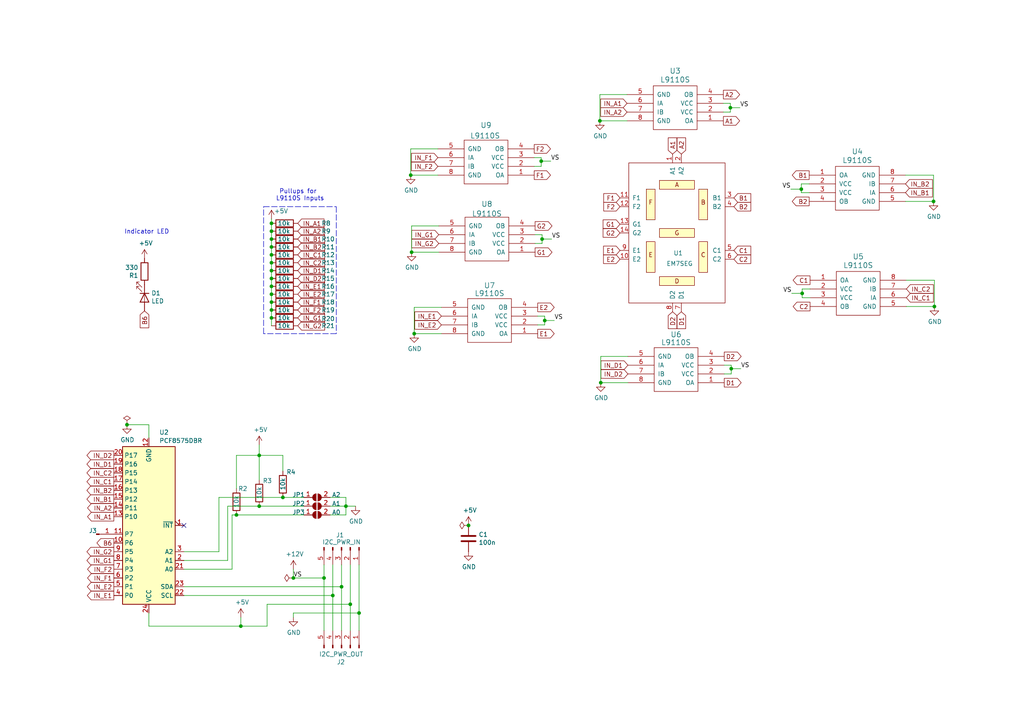
<source format=kicad_sch>
(kicad_sch (version 20231120) (generator "eeschema") (generator_version "8.0")
  (paper "A4")
  (lib_symbols
    (symbol "Connector:Conn_01x01_Male" (pin_names (offset 1.016) hide)
      (property "Reference" "J" (at 0 2.54 0))
      (property "Value" "Conn_01x01_Male" (at 0 -2.54 0))
      (symbol "Conn_01x01_Male_1_1"
        (polyline (pts (xy 1.27 0) (xy 0.8636 0)) (stroke (width 0.1524)))
        (rectangle (start 0.8636 0.127) (end 0 -0.127) (stroke (width 0.1524)) (fill (type outline)))
        (pin passive line (at 5.08 0 180) (length 3.81) (name "Pin_1") (number "1"))
      )
    )
    (symbol "Connector:Conn_01x05_Male" (pin_names (offset 1.016) hide)
      (property "Reference" "J" (at 0 7.62 0))
      (property "Value" "Conn_01x05_Male" (at 0 -7.62 0))
      (symbol "Conn_01x05_Male_1_1"
        (polyline (pts (xy 1.27 -5.08) (xy 0.8636 -5.08)) (stroke (width 0.1524)))
        (polyline (pts (xy 1.27 -2.54) (xy 0.8636 -2.54)) (stroke (width 0.1524)))
        (polyline (pts (xy 1.27 0) (xy 0.8636 0)) (stroke (width 0.1524)))
        (polyline (pts (xy 1.27 2.54) (xy 0.8636 2.54)) (stroke (width 0.1524)))
        (polyline (pts (xy 1.27 5.08) (xy 0.8636 5.08)) (stroke (width 0.1524)))
        (rectangle (start 0.8636 -4.953) (end 0 -5.207) (stroke (width 0.1524)) (fill (type outline)))
        (rectangle (start 0.8636 -2.413) (end 0 -2.667) (stroke (width 0.1524)) (fill (type outline)))
        (rectangle (start 0.8636 0.127) (end 0 -0.127) (stroke (width 0.1524)) (fill (type outline)))
        (rectangle (start 0.8636 2.667) (end 0 2.413) (stroke (width 0.1524)) (fill (type outline)))
        (rectangle (start 0.8636 5.207) (end 0 4.953) (stroke (width 0.1524)) (fill (type outline)))
        (pin passive line (at 5.08 5.08 180) (length 3.81) (name "Pin_1") (number "1"))
        (pin passive line (at 5.08 2.54 180) (length 3.81) (name "Pin_2") (number "2"))
        (pin passive line (at 5.08 0 180) (length 3.81) (name "Pin_3") (number "3"))
        (pin passive line (at 5.08 -2.54 180) (length 3.81) (name "Pin_4") (number "4"))
        (pin passive line (at 5.08 -5.08 180) (length 3.81) (name "Pin_5") (number "5"))
      )
    )
    (symbol "Device:C" (pin_numbers hide) (pin_names (offset 0.254))
      (property "Reference" "C" (at 0.635 2.54 0))
      (property "Value" "C" (at 0.635 -2.54 0))
      (symbol "C_0_1"
        (polyline (pts (xy -2.032 -0.762) (xy 2.032 -0.762)) (stroke (width 0.508)))
        (polyline (pts (xy -2.032 0.762) (xy 2.032 0.762)) (stroke (width 0.508)))
      )
      (symbol "C_1_1"
        (pin passive line (at 0 3.81 270) (length 2.794) (name "~") (number "1"))
        (pin passive line (at 0 -3.81 90) (length 2.794) (name "~") (number "2"))
      )
    )
    (symbol "Device:LED" (pin_numbers hide) (pin_names (offset 1.016) hide)
      (property "Reference" "D" (at 0 2.54 0))
      (property "Value" "LED" (at 0 -2.54 0))
      (symbol "LED_0_1"
        (polyline (pts (xy -1.27 -1.27) (xy -1.27 1.27)) (stroke (width 0.254)))
        (polyline (pts (xy -1.27 0) (xy 1.27 0)))
        (polyline (pts (xy 1.27 -1.27) (xy 1.27 1.27) (xy -1.27 0) (xy 1.27 -1.27)) (stroke (width 0.254)))
        (polyline (pts (xy -3.048 -0.762) (xy -4.572 -2.286) (xy -3.81 -2.286) (xy -4.572 -2.286) (xy -4.572 -1.524)))
        (polyline (pts (xy -1.778 -0.762) (xy -3.302 -2.286) (xy -2.54 -2.286) (xy -3.302 -2.286) (xy -3.302 -1.524)))
      )
      (symbol "LED_1_1"
        (pin passive line (at -3.81 0 0) (length 2.54) (name "K") (number "1"))
        (pin passive line (at 3.81 0 180) (length 2.54) (name "A") (number "2"))
      )
    )
    (symbol "Device:R" (pin_numbers hide) (pin_names (offset 0))
      (property "Reference" "R" (at 2.032 0 90))
      (property "Value" "R" (at 0 0 90))
      (symbol "R_0_1"
        (rectangle (start -1.016 -2.54) (end 1.016 2.54) (stroke (width 0.254)))
      )
      (symbol "R_1_1"
        (pin passive line (at 0 3.81 270) (length 1.27) (name "~") (number "1"))
        (pin passive line (at 0 -3.81 90) (length 1.27) (name "~") (number "2"))
      )
    )
    (symbol "EM7SEG_DRIVER-rescue:EM7SEG-Device" (pin_names (offset 1.016))
      (property "Reference" "U" (at 0 -6.35 0))
      (property "Value" "EM7SEG-Device" (at 0 -2.54 0))
      (symbol "EM7SEG-Device_0_0"
        (text "A" (at 0 13.97 0) (effects (font (size 1.27 1.27))))
        (text "B" (at 7.62 8.89 0) (effects (font (size 1.27 1.27))))
        (text "C" (at 7.62 -6.35 0) (effects (font (size 1.27 1.27))))
        (text "D" (at 0 -13.97 0) (effects (font (size 1.27 1.27))))
        (text "E" (at -7.62 -6.35 0) (effects (font (size 1.27 1.27))))
        (text "F" (at -7.62 8.89 0) (effects (font (size 1.27 1.27))))
        (text "G" (at 0 0 0) (effects (font (size 1.27 1.27))))
      )
      (symbol "EM7SEG-Device_0_1"
        (rectangle (start -13.97 20.32) (end 13.97 -20.32))
        (rectangle (start -8.89 -2.54) (end -6.35 -11.43) (fill (type background)))
        (rectangle (start -8.89 12.7) (end -6.35 3.81) (fill (type background)))
        (rectangle (start -5.08 -12.7) (end 5.08 -15.24) (fill (type background)))
        (rectangle (start -5.08 1.27) (end 5.08 -1.27) (fill (type background)))
        (rectangle (start -5.08 15.24) (end 5.08 12.7) (fill (type background)))
        (rectangle (start 6.35 -2.54) (end 8.89 -11.43) (fill (type background)))
        (rectangle (start 8.89 12.7) (end 6.35 3.81) (fill (type background)))
      )
      (symbol "EM7SEG-Device_1_1"
        (pin input line (at -1.27 22.86 270) (length 2.54) (name "A1") (number "1"))
        (pin input line (at -16.51 -7.62 0) (length 2.54) (name "E2") (number "10"))
        (pin input line (at -16.51 10.16 0) (length 2.54) (name "F1") (number "11"))
        (pin input line (at -16.51 7.62 0) (length 2.54) (name "F2") (number "12"))
        (pin input line (at -16.51 2.54 0) (length 2.54) (name "G1") (number "13"))
        (pin input line (at -16.51 0 0) (length 2.54) (name "G2") (number "14"))
        (pin input line (at 1.27 22.86 270) (length 2.54) (name "A2") (number "2"))
        (pin input line (at 16.51 10.16 180) (length 2.54) (name "B1") (number "3"))
        (pin input line (at 16.51 7.62 180) (length 2.54) (name "B2") (number "4"))
        (pin input line (at 16.51 -5.08 180) (length 2.54) (name "C1") (number "5"))
        (pin input line (at 16.51 -7.62 180) (length 2.54) (name "C2") (number "6"))
        (pin input line (at 1.27 -22.86 90) (length 2.54) (name "D1") (number "7"))
        (pin input line (at -1.27 -22.86 90) (length 2.54) (name "D2") (number "8"))
        (pin input line (at -16.51 -5.08 0) (length 2.54) (name "E1") (number "9"))
      )
    )
    (symbol "Interface_Expansion:PCF8575DBR"
      (property "Reference" "U" (at -6.35 24.13 0))
      (property "Value" "PCF8575DBR" (at 7.62 -24.13 0))
      (symbol "PCF8575DBR_0_1"
        (rectangle (start -7.62 22.86) (end 7.62 -22.86) (stroke (width 0.254)) (fill (type background)))
      )
      (symbol "PCF8575DBR_1_1"
        (pin open_collector output_low (at -10.16 0 0) (length 2.54) (name "~{INT}") (number "1"))
        (pin bidirectional line (at 10.16 5.08 180) (length 2.54) (name "P6") (number "10"))
        (pin bidirectional line (at 10.16 2.54 180) (length 2.54) (name "P7") (number "11"))
        (pin power_in line (at 0 -25.4 90) (length 2.54) (name "GND") (number "12"))
        (pin bidirectional line (at 10.16 -2.54 180) (length 2.54) (name "P10") (number "13"))
        (pin bidirectional line (at 10.16 -5.08 180) (length 2.54) (name "P11") (number "14"))
        (pin bidirectional line (at 10.16 -7.62 180) (length 2.54) (name "P12") (number "15"))
        (pin bidirectional line (at 10.16 -10.16 180) (length 2.54) (name "P13") (number "16"))
        (pin bidirectional line (at 10.16 -12.7 180) (length 2.54) (name "P14") (number "17"))
        (pin bidirectional line (at 10.16 -15.24 180) (length 2.54) (name "P15") (number "18"))
        (pin bidirectional line (at 10.16 -17.78 180) (length 2.54) (name "P16") (number "19"))
        (pin input line (at -10.16 10.16 0) (length 2.54) (name "A1") (number "2"))
        (pin bidirectional line (at 10.16 -20.32 180) (length 2.54) (name "P17") (number "20"))
        (pin input line (at -10.16 12.7 0) (length 2.54) (name "A0") (number "21"))
        (pin input line (at -10.16 20.32 0) (length 2.54) (name "SCL") (number "22"))
        (pin bidirectional line (at -10.16 17.78 0) (length 2.54) (name "SDA") (number "23"))
        (pin power_in line (at 0 25.4 270) (length 2.54) (name "VCC") (number "24"))
        (pin input line (at -10.16 7.62 0) (length 2.54) (name "A2") (number "3"))
        (pin bidirectional line (at 10.16 20.32 180) (length 2.54) (name "P0") (number "4"))
        (pin bidirectional line (at 10.16 17.78 180) (length 2.54) (name "P1") (number "5"))
        (pin bidirectional line (at 10.16 15.24 180) (length 2.54) (name "P2") (number "6"))
        (pin bidirectional line (at 10.16 12.7 180) (length 2.54) (name "P3") (number "7"))
        (pin bidirectional line (at 10.16 10.16 180) (length 2.54) (name "P4") (number "8"))
        (pin bidirectional line (at 10.16 7.62 180) (length 2.54) (name "P5") (number "9"))
      )
    )
    (symbol "Jumper:SolderJumper_2_Open" (pin_names (offset 0) hide)
      (property "Reference" "JP" (at 0 2.032 0))
      (property "Value" "SolderJumper_2_Open" (at 0 -2.54 0))
      (symbol "SolderJumper_2_Open_0_1"
        (arc (start -0.254 1.016) (mid -1.2655 0) (end -0.254 -1.016))
        (arc (start -0.254 1.016) (mid -1.2655 0) (end -0.254 -1.016) (fill (type outline)))
        (polyline (pts (xy -0.254 1.016) (xy -0.254 -1.016)))
        (polyline (pts (xy 0.254 1.016) (xy 0.254 -1.016)))
        (arc (start 0.254 -1.016) (mid 1.2655 0) (end 0.254 1.016))
        (arc (start 0.254 -1.016) (mid 1.2655 0) (end 0.254 1.016) (fill (type outline)))
      )
      (symbol "SolderJumper_2_Open_1_1"
        (pin passive line (at -3.81 0 0) (length 2.54) (name "A") (number "1"))
        (pin passive line (at 3.81 0 180) (length 2.54) (name "B") (number "2"))
      )
    )
    (symbol "L9110:L9110" (pin_names (offset 1.016))
      (property "Reference" "U" (at 0 7.62 0))
      (property "Value" "L9110" (at 0 -7.62 0))
      (symbol "L9110_0_1"
        (rectangle (start 6.35 -6.35) (end -6.35 6.35))
      )
      (symbol "L9110_1_1"
        (pin output line (at -13.97 3.81 0) (length 7.62) (name "OA") (number "1"))
        (pin power_in line (at -13.97 1.27 0) (length 7.62) (name "VCC") (number "2"))
        (pin power_in line (at -13.97 -1.27 0) (length 7.62) (name "VCC") (number "3"))
        (pin output line (at -13.97 -3.81 0) (length 7.62) (name "OB") (number "4"))
        (pin power_in line (at 13.97 -3.81 180) (length 7.62) (name "GND") (number "5"))
        (pin input line (at 13.97 -1.27 180) (length 7.62) (name "IA") (number "6"))
        (pin input line (at 13.97 1.27 180) (length 7.62) (name "IB") (number "7"))
        (pin power_in line (at 13.97 3.81 180) (length 7.62) (name "GND") (number "8"))
      )
      (symbol "L9110_1_2"
        (pin output line (at -19.05 12.7 0) (length 7.62) (name "OA") (number "1"))
        (pin output line (at -19.05 5.08 0) (length 7.62) (name "VCC") (number "2"))
        (pin output line (at -19.05 -5.08 0) (length 7.62) (name "VCC") (number "3"))
        (pin power_out line (at -19.05 -12.7 0) (length 7.62) (name "OB") (number "4"))
        (pin power_out line (at 17.78 -12.7 180) (length 7.62) (name "GND") (number "5"))
        (pin input line (at 17.78 -5.08 180) (length 7.62) (name "IA") (number "6"))
        (pin input line (at 17.78 5.08 180) (length 7.62) (name "IB") (number "7"))
        (pin power_in line (at 17.78 12.7 180) (length 7.62) (name "GND") (number "8"))
      )
    )
    (symbol "power:+12V" (power) (pin_names (offset 0))
      (property "Value" "+12V" (at 0 3.556 0))
      (symbol "+12V_0_1"
        (polyline (pts (xy -0.762 1.27) (xy 0 2.54)))
        (polyline (pts (xy 0 0) (xy 0 2.54)))
        (polyline (pts (xy 0 2.54) (xy 0.762 1.27)))
      )
      (symbol "+12V_1_1"
        (pin power_in line (at 0 0 90) (length 0) hide (name "+12V") (number "1"))
      )
    )
    (symbol "power:+5V" (power) (pin_names (offset 0))
      (property "Value" "+5V" (at 0 3.556 0))
      (symbol "+5V_0_1"
        (polyline (pts (xy -0.762 1.27) (xy 0 2.54)))
        (polyline (pts (xy 0 0) (xy 0 2.54)))
        (polyline (pts (xy 0 2.54) (xy 0.762 1.27)))
      )
      (symbol "+5V_1_1"
        (pin power_in line (at 0 0 90) (length 0) hide (name "+5V") (number "1"))
      )
    )
    (symbol "power:GND" (power) (pin_names (offset 0))
      (property "Value" "GND" (at 0 -3.81 0))
      (symbol "GND_0_1"
        (polyline (pts (xy 0 0) (xy 0 -1.27) (xy 1.27 -1.27) (xy 0 -2.54) (xy -1.27 -1.27) (xy 0 -1.27)))
      )
      (symbol "GND_1_1"
        (pin power_in line (at 0 0 270) (length 0) hide (name "GND") (number "1"))
      )
    )
    (symbol "power:PWR_FLAG" (power) (pin_numbers hide) (pin_names (offset 0) hide)
      (property "Value" "PWR_FLAG" (at 0 3.81 0))
      (symbol "PWR_FLAG_0_0"
        (pin power_out line (at 0 0 90) (length 0) (name "pwr") (number "1"))
      )
      (symbol "PWR_FLAG_0_1"
        (polyline (pts (xy 0 0) (xy 0 1.27) (xy -1.016 1.905) (xy 0 2.54) (xy 1.016 1.905) (xy 0 1.27)))
      )
    )
  )
  (junction (at 156.972 46.736))
  (junction (at 271.018 88.9))
  (junction (at 135.89 152.4))
  (junction (at 78.74 85.344))
  (junction (at 75.184 132.08))
  (junction (at 270.764 58.42))
  (junction (at 68.58 149.352))
  (junction (at 104.14 177.8))
  (junction (at 101.6 175.26))
  (junction (at 78.74 76.2))
  (junction (at 78.74 80.772))
  (junction (at 78.74 67.056))
  (junction (at 173.99 35.052))
  (junction (at 78.74 78.486))
  (junction (at 78.74 92.202))
  (junction (at 174.244 110.998))
  (junction (at 75.184 146.812))
  (junction (at 100.33 146.812))
  (junction (at 120.142 96.774))
  (junction (at 78.74 64.77))
  (junction (at 157.988 92.964))
  (junction (at 78.74 73.914))
  (junction (at 69.85 181.61))
  (junction (at 232.664 85.09))
  (junction (at 78.74 87.63))
  (junction (at 93.98 167.64))
  (junction (at 85.09 167.64))
  (junction (at 119.126 50.8))
  (junction (at 82.042 144.272))
  (junction (at 78.74 69.342))
  (junction (at 157.226 69.342))
  (junction (at 78.74 83.058))
  (junction (at 211.836 31.242))
  (junction (at 96.52 172.72))
  (junction (at 99.06 170.18))
  (junction (at 232.41 54.864))
  (junction (at 36.83 123.19))
  (junction (at 119.38 73.152))
  (junction (at 78.74 89.916))
  (junction (at 212.09 106.934))
  (junction (at 78.74 71.628))
  (no_connect (at 53.34 152.4))
  (wire (pts (xy 85.09 177.8) (xy 104.14 177.8)))
  (wire (pts (xy 127 43.18) (xy 119.126 43.18)))
  (wire (pts (xy 270.764 58.42) (xy 262.636 58.42)))
  (wire (pts (xy 53.34 162.56) (xy 66.04 162.56)))
  (wire (pts (xy 101.6 175.26) (xy 101.6 163.83)))
  (wire (pts (xy 212.09 106.934) (xy 212.09 108.458)))
  (wire (pts (xy 271.018 88.9) (xy 262.89 88.9)))
  (wire (pts (xy 156.972 45.72) (xy 156.972 46.736)))
  (wire (pts (xy 75.184 132.08) (xy 82.042 132.08)))
  (wire (pts (xy 210.058 105.918) (xy 212.09 105.918)))
  (wire (pts (xy 78.74 69.342) (xy 78.74 71.628)))
  (wire (pts (xy 78.74 71.628) (xy 78.74 73.914)))
  (wire (pts (xy 96.52 163.83) (xy 96.52 172.72)))
  (wire (pts (xy 96.52 172.72) (xy 96.52 182.88)))
  (wire (pts (xy 95.758 149.352) (xy 100.33 149.352)))
  (wire (pts (xy 78.74 80.772) (xy 78.74 83.058)))
  (wire (pts (xy 78.74 64.77) (xy 78.74 67.056)))
  (wire (pts (xy 156.972 48.26) (xy 154.94 48.26)))
  (wire (pts (xy 78.74 78.486) (xy 78.74 80.772)))
  (wire (pts (xy 100.33 149.352) (xy 100.33 146.812)))
  (wire (pts (xy 100.33 146.812) (xy 95.758 146.812)))
  (wire (pts (xy 78.74 87.63) (xy 78.74 89.916)))
  (wire (pts (xy 211.836 29.972) (xy 211.836 31.242)))
  (wire (pts (xy 160.02 69.342) (xy 157.226 69.342)))
  (wire (pts (xy 232.41 55.88) (xy 234.696 55.88)))
  (wire (pts (xy 157.226 69.342) (xy 157.226 70.612)))
  (wire (pts (xy 36.83 123.19) (xy 43.18 123.19)))
  (wire (pts (xy 157.226 70.612) (xy 155.194 70.612)))
  (wire (pts (xy 43.18 181.61) (xy 43.18 177.8)))
  (wire (pts (xy 85.09 165.1) (xy 85.09 167.64)))
  (wire (pts (xy 53.34 172.72) (xy 96.52 172.72)))
  (wire (pts (xy 157.226 68.072) (xy 157.226 69.342)))
  (wire (pts (xy 271.018 81.28) (xy 271.018 88.9)))
  (wire (pts (xy 78.74 67.056) (xy 78.74 69.342)))
  (wire (pts (xy 78.74 85.344) (xy 78.74 87.63)))
  (wire (pts (xy 77.47 175.26) (xy 101.6 175.26)))
  (wire (pts (xy 174.244 103.378) (xy 174.244 110.998)))
  (wire (pts (xy 78.74 63.5) (xy 78.74 64.77)))
  (wire (pts (xy 232.41 53.34) (xy 232.41 54.864)))
  (wire (pts (xy 174.244 110.998) (xy 182.118 110.998)))
  (wire (pts (xy 77.47 181.61) (xy 69.85 181.61)))
  (wire (pts (xy 75.184 139.192) (xy 75.184 132.08)))
  (wire (pts (xy 155.194 68.072) (xy 157.226 68.072)))
  (wire (pts (xy 119.38 65.532) (xy 119.38 73.152)))
  (wire (pts (xy 63.5 144.272) (xy 82.042 144.272)))
  (wire (pts (xy 82.042 144.272) (xy 88.138 144.272)))
  (wire (pts (xy 78.74 76.2) (xy 78.74 78.486)))
  (wire (pts (xy 120.142 89.154) (xy 120.142 96.774)))
  (wire (pts (xy 229.362 54.864) (xy 232.41 54.864)))
  (wire (pts (xy 212.09 105.918) (xy 212.09 106.934)))
  (wire (pts (xy 229.616 85.09) (xy 232.664 85.09)))
  (wire (pts (xy 53.34 170.18) (xy 99.06 170.18)))
  (wire (pts (xy 119.126 50.8) (xy 127 50.8)))
  (wire (pts (xy 234.95 83.82) (xy 232.664 83.82)))
  (wire (pts (xy 232.664 86.36) (xy 234.95 86.36)))
  (wire (pts (xy 157.988 91.694) (xy 157.988 92.964)))
  (wire (pts (xy 262.89 81.28) (xy 271.018 81.28)))
  (wire (pts (xy 182.118 103.378) (xy 174.244 103.378)))
  (wire (pts (xy 209.804 29.972) (xy 211.836 29.972)))
  (wire (pts (xy 69.85 181.61) (xy 43.18 181.61)))
  (wire (pts (xy 100.33 144.272) (xy 100.33 146.812)))
  (wire (pts (xy 262.636 50.8) (xy 270.764 50.8)))
  (wire (pts (xy 99.06 163.83) (xy 99.06 170.18)))
  (wire (pts (xy 78.74 83.058) (xy 78.74 85.344)))
  (wire (pts (xy 99.06 170.18) (xy 99.06 182.88)))
  (wire (pts (xy 232.41 54.864) (xy 232.41 55.88)))
  (polyline (pts (xy 76.454 59.944) (xy 97.536 59.944)) (stroke (width 0) (type dash)))
  (wire (pts (xy 93.98 163.83) (xy 93.98 167.64)))
  (wire (pts (xy 157.988 94.234) (xy 155.956 94.234)))
  (wire (pts (xy 75.184 132.08) (xy 75.184 129.032)))
  (wire (pts (xy 77.47 175.26) (xy 77.47 181.61)))
  (wire (pts (xy 100.33 146.812) (xy 103.124 146.812)))
  (wire (pts (xy 173.99 27.432) (xy 173.99 35.052)))
  (wire (pts (xy 67.31 149.352) (xy 68.58 149.352)))
  (wire (pts (xy 82.042 132.08) (xy 82.042 136.652)))
  (wire (pts (xy 93.98 167.64) (xy 93.98 182.88)))
  (wire (pts (xy 157.988 92.964) (xy 157.988 94.234)))
  (wire (pts (xy 232.664 83.82) (xy 232.664 85.09)))
  (wire (pts (xy 78.74 89.916) (xy 78.74 92.202)))
  (wire (pts (xy 101.6 182.88) (xy 101.6 175.26)))
  (wire (pts (xy 211.836 31.242) (xy 211.836 32.512)))
  (wire (pts (xy 85.09 177.8) (xy 85.09 179.07)))
  (wire (pts (xy 119.38 73.152) (xy 127.254 73.152)))
  (wire (pts (xy 66.04 146.812) (xy 75.184 146.812)))
  (wire (pts (xy 104.14 177.8) (xy 104.14 163.83)))
  (wire (pts (xy 128.016 89.154) (xy 120.142 89.154)))
  (wire (pts (xy 95.758 144.272) (xy 100.33 144.272)))
  (wire (pts (xy 104.14 177.8) (xy 104.14 182.88)))
  (wire (pts (xy 88.138 146.812) (xy 75.184 146.812)))
  (wire (pts (xy 53.34 165.1) (xy 67.31 165.1)))
  (wire (pts (xy 214.63 31.242) (xy 211.836 31.242)))
  (wire (pts (xy 234.696 53.34) (xy 232.41 53.34)))
  (wire (pts (xy 66.04 162.56) (xy 66.04 146.812)))
  (wire (pts (xy 212.09 108.458) (xy 210.058 108.458)))
  (polyline (pts (xy 76.454 96.774) (xy 76.454 59.944)) (stroke (width 0) (type dash)))
  (wire (pts (xy 119.126 43.18) (xy 119.126 50.8)))
  (wire (pts (xy 181.864 27.432) (xy 173.99 27.432)))
  (polyline (pts (xy 97.536 96.774) (xy 76.454 96.774)) (stroke (width 0) (type dash)))
  (wire (pts (xy 78.74 73.914) (xy 78.74 76.2)))
  (wire (pts (xy 211.836 32.512) (xy 209.804 32.512)))
  (wire (pts (xy 67.31 165.1) (xy 67.31 149.352)))
  (wire (pts (xy 156.972 46.736) (xy 156.972 48.26)))
  (wire (pts (xy 160.782 92.964) (xy 157.988 92.964)))
  (wire (pts (xy 159.766 46.736) (xy 156.972 46.736)))
  (wire (pts (xy 120.142 96.774) (xy 128.016 96.774)))
  (wire (pts (xy 270.764 50.8) (xy 270.764 58.42)))
  (wire (pts (xy 68.58 141.732) (xy 68.58 132.08)))
  (wire (pts (xy 69.85 179.07) (xy 69.85 181.61)))
  (wire (pts (xy 68.58 149.352) (xy 88.138 149.352)))
  (wire (pts (xy 232.664 85.09) (xy 232.664 86.36)))
  (wire (pts (xy 78.74 92.202) (xy 78.74 94.488)))
  (wire (pts (xy 85.09 167.64) (xy 93.98 167.64)))
  (wire (pts (xy 154.94 45.72) (xy 156.972 45.72)))
  (wire (pts (xy 173.99 35.052) (xy 181.864 35.052)))
  (wire (pts (xy 127.254 65.532) (xy 119.38 65.532)))
  (wire (pts (xy 63.5 160.02) (xy 63.5 144.272)))
  (wire (pts (xy 53.34 160.02) (xy 63.5 160.02)))
  (wire (pts (xy 155.956 91.694) (xy 157.988 91.694)))
  (wire (pts (xy 214.884 106.934) (xy 212.09 106.934)))
  (wire (pts (xy 68.58 132.08) (xy 75.184 132.08)))
  (polyline (pts (xy 97.536 59.944) (xy 97.536 96.774)) (stroke (width 0) (type dash)))
  (wire (pts (xy 43.18 123.19) (xy 43.18 127)))
  (text " Pullups for \nL9110S Inputs" (at 80.01 58.42 0) (effects (font (size 1.27 1.27)) (justify left bottom)))
  (text "Indicator LED" (at 36.068 68.072 0) (effects (font (size 1.27 1.27)) (justify left bottom)))
  (label "VS" (at 214.884 106.934 0))
  (label "VS" (at 214.63 31.242 0))
  (label "VS" (at 160.782 92.964 0))
  (label "VS" (at 229.616 85.09 180))
  (label "VS" (at 229.362 54.864 180))
  (label "VS" (at 159.766 46.736 0))
  (label "VS" (at 85.09 167.64 0))
  (label "VS" (at 160.02 69.342 0))
  (global_label "F1" (shape input) (at 179.832 57.404 180) (property "Intersheetrefs" "${INTERSHEET_REFS}" (effects (hide yes))))
  (global_label "IN_C2" (shape input) (at 262.89 83.82 0) (property "Intersheetrefs" "${INTERSHEET_REFS}" (effects (hide yes))))
  (global_label "IN_C1" (shape input) (at 262.89 86.36 0) (property "Intersheetrefs" "${INTERSHEET_REFS}" (effects (hide yes))))
  (global_label "IN_C2" (shape output) (at 33.02 137.16 180) (property "Intersheetrefs" "${INTERSHEET_REFS}" (effects (hide yes))))
  (global_label "IN_A2" (shape input) (at 86.36 67.056 0) (property "Intersheetrefs" "${INTERSHEET_REFS}" (effects (hide yes))))
  (global_label "F1" (shape output) (at 154.94 50.8 0) (property "Intersheetrefs" "${INTERSHEET_REFS}" (effects (hide yes))))
  (global_label "E2" (shape input) (at 179.832 75.184 180) (property "Intersheetrefs" "${INTERSHEET_REFS}" (effects (hide yes))))
  (global_label "G2" (shape input) (at 179.832 67.564 180) (property "Intersheetrefs" "${INTERSHEET_REFS}" (effects (hide yes))))
  (global_label "IN_A2" (shape output) (at 33.02 147.32 180) (property "Intersheetrefs" "${INTERSHEET_REFS}" (effects (hide yes))))
  (global_label "A1" (shape output) (at 209.804 35.052 0) (property "Intersheetrefs" "${INTERSHEET_REFS}" (effects (hide yes))))
  (global_label "IN_E1" (shape input) (at 86.36 83.058 0) (property "Intersheetrefs" "${INTERSHEET_REFS}" (effects (hide yes))))
  (global_label "IN_E1" (shape input) (at 128.016 91.694 180) (property "Intersheetrefs" "${INTERSHEET_REFS}" (effects (hide yes))))
  (global_label "IN_D1" (shape input) (at 182.118 105.918 180) (property "Intersheetrefs" "${INTERSHEET_REFS}" (effects (hide yes))))
  (global_label "IN_G1" (shape input) (at 86.36 92.202 0) (property "Intersheetrefs" "${INTERSHEET_REFS}" (effects (hide yes))))
  (global_label "IN_B1" (shape input) (at 262.636 55.88 0) (property "Intersheetrefs" "${INTERSHEET_REFS}" (effects (hide yes))))
  (global_label "A1" (shape input) (at 195.072 44.704 90) (property "Intersheetrefs" "${INTERSHEET_REFS}" (effects (hide yes))))
  (global_label "B6" (shape input) (at 41.91 90.17 270) (property "Intersheetrefs" "${INTERSHEET_REFS}" (effects (hide yes))))
  (global_label "IN_G2" (shape input) (at 86.36 94.488 0) (property "Intersheetrefs" "${INTERSHEET_REFS}" (effects (hide yes))))
  (global_label "A2" (shape output) (at 209.804 27.432 0) (property "Intersheetrefs" "${INTERSHEET_REFS}" (effects (hide yes))))
  (global_label "IN_B2" (shape output) (at 33.02 142.24 180) (property "Intersheetrefs" "${INTERSHEET_REFS}" (effects (hide yes))))
  (global_label "F2" (shape input) (at 179.832 59.944 180) (property "Intersheetrefs" "${INTERSHEET_REFS}" (effects (hide yes))))
  (global_label "IN_C1" (shape input) (at 86.36 73.914 0) (property "Intersheetrefs" "${INTERSHEET_REFS}" (effects (hide yes))))
  (global_label "IN_A1" (shape input) (at 86.36 64.77 0) (property "Intersheetrefs" "${INTERSHEET_REFS}" (effects (hide yes))))
  (global_label "B2" (shape input) (at 212.852 59.944 0) (property "Intersheetrefs" "${INTERSHEET_REFS}" (effects (hide yes))))
  (global_label "C2" (shape output) (at 234.95 88.9 180) (property "Intersheetrefs" "${INTERSHEET_REFS}" (effects (hide yes))))
  (global_label "IN_G1" (shape output) (at 33.02 162.56 180) (property "Intersheetrefs" "${INTERSHEET_REFS}" (effects (hide yes))))
  (global_label "A2" (shape input) (at 197.612 44.704 90) (property "Intersheetrefs" "${INTERSHEET_REFS}" (effects (hide yes))))
  (global_label "D1" (shape output) (at 210.058 110.998 0) (property "Intersheetrefs" "${INTERSHEET_REFS}" (effects (hide yes))))
  (global_label "C1" (shape output) (at 234.95 81.28 180) (property "Intersheetrefs" "${INTERSHEET_REFS}" (effects (hide yes))))
  (global_label "IN_D2" (shape output) (at 33.02 132.08 180) (property "Intersheetrefs" "${INTERSHEET_REFS}" (effects (hide yes))))
  (global_label "IN_E2" (shape output) (at 33.02 170.18 180) (property "Intersheetrefs" "${INTERSHEET_REFS}" (effects (hide yes))))
  (global_label "IN_D2" (shape input) (at 182.118 108.458 180) (property "Intersheetrefs" "${INTERSHEET_REFS}" (effects (hide yes))))
  (global_label "IN_F1" (shape input) (at 86.36 87.63 0) (property "Intersheetrefs" "${INTERSHEET_REFS}" (effects (hide yes))))
  (global_label "C2" (shape input) (at 212.852 75.184 0) (property "Intersheetrefs" "${INTERSHEET_REFS}" (effects (hide yes))))
  (global_label "B1" (shape input) (at 212.852 57.404 0) (property "Intersheetrefs" "${INTERSHEET_REFS}" (effects (hide yes))))
  (global_label "IN_F2" (shape input) (at 86.36 89.916 0) (property "Intersheetrefs" "${INTERSHEET_REFS}" (effects (hide yes))))
  (global_label "IN_F1" (shape output) (at 33.02 167.64 180) (property "Intersheetrefs" "${INTERSHEET_REFS}" (effects (hide yes))))
  (global_label "IN_F2" (shape output) (at 33.02 165.1 180) (property "Intersheetrefs" "${INTERSHEET_REFS}" (effects (hide yes))))
  (global_label "IN_F1" (shape input) (at 127 45.72 180) (property "Intersheetrefs" "${INTERSHEET_REFS}" (effects (hide yes))))
  (global_label "IN_F2" (shape input) (at 127 48.26 180) (property "Intersheetrefs" "${INTERSHEET_REFS}" (effects (hide yes))))
  (global_label "F2" (shape output) (at 154.94 43.18 0) (property "Intersheetrefs" "${INTERSHEET_REFS}" (effects (hide yes))))
  (global_label "B6" (shape output) (at 33.02 157.48 180) (property "Intersheetrefs" "${INTERSHEET_REFS}" (effects (hide yes))))
  (global_label "B1" (shape output) (at 234.696 50.8 180) (property "Intersheetrefs" "${INTERSHEET_REFS}" (effects (hide yes))))
  (global_label "IN_D2" (shape input) (at 86.36 80.772 0) (property "Intersheetrefs" "${INTERSHEET_REFS}" (effects (hide yes))))
  (global_label "E1" (shape output) (at 155.956 96.774 0) (property "Intersheetrefs" "${INTERSHEET_REFS}" (effects (hide yes))))
  (global_label "IN_A1" (shape output) (at 33.02 149.86 180) (property "Intersheetrefs" "${INTERSHEET_REFS}" (effects (hide yes))))
  (global_label "IN_C1" (shape output) (at 33.02 139.7 180) (property "Intersheetrefs" "${INTERSHEET_REFS}" (effects (hide yes))))
  (global_label "IN_E2" (shape input) (at 86.36 85.344 0) (property "Intersheetrefs" "${INTERSHEET_REFS}" (effects (hide yes))))
  (global_label "D2" (shape input) (at 195.072 90.424 270) (property "Intersheetrefs" "${INTERSHEET_REFS}" (effects (hide yes))))
  (global_label "B2" (shape output) (at 234.696 58.42 180) (property "Intersheetrefs" "${INTERSHEET_REFS}" (effects (hide yes))))
  (global_label "IN_G2" (shape input) (at 127.254 70.612 180) (property "Intersheetrefs" "${INTERSHEET_REFS}" (effects (hide yes))))
  (global_label "IN_E1" (shape output) (at 33.02 172.72 180) (property "Intersheetrefs" "${INTERSHEET_REFS}" (effects (hide yes))))
  (global_label "G2" (shape output) (at 155.194 65.532 0) (property "Intersheetrefs" "${INTERSHEET_REFS}" (effects (hide yes))))
  (global_label "IN_B1" (shape output) (at 33.02 144.78 180) (property "Intersheetrefs" "${INTERSHEET_REFS}" (effects (hide yes))))
  (global_label "IN_A1" (shape input) (at 181.864 29.972 180) (property "Intersheetrefs" "${INTERSHEET_REFS}" (effects (hide yes))))
  (global_label "G1" (shape output) (at 155.194 73.152 0) (property "Intersheetrefs" "${INTERSHEET_REFS}" (effects (hide yes))))
  (global_label "E1" (shape input) (at 179.832 72.644 180) (property "Intersheetrefs" "${INTERSHEET_REFS}" (effects (hide yes))))
  (global_label "IN_B2" (shape input) (at 86.36 71.628 0) (property "Intersheetrefs" "${INTERSHEET_REFS}" (effects (hide yes))))
  (global_label "E2" (shape output) (at 155.956 89.154 0) (property "Intersheetrefs" "${INTERSHEET_REFS}" (effects (hide yes))))
  (global_label "IN_D1" (shape output) (at 33.02 134.62 180) (property "Intersheetrefs" "${INTERSHEET_REFS}" (effects (hide yes))))
  (global_label "IN_D1" (shape input) (at 86.36 78.486 0) (property "Intersheetrefs" "${INTERSHEET_REFS}" (effects (hide yes))))
  (global_label "IN_E2" (shape input) (at 128.016 94.234 180) (property "Intersheetrefs" "${INTERSHEET_REFS}" (effects (hide yes))))
  (global_label "IN_G1" (shape input) (at 127.254 68.072 180) (property "Intersheetrefs" "${INTERSHEET_REFS}" (effects (hide yes))))
  (global_label "D2" (shape output) (at 210.058 103.378 0) (property "Intersheetrefs" "${INTERSHEET_REFS}" (effects (hide yes))))
  (global_label "IN_A2" (shape input) (at 181.864 32.512 180) (property "Intersheetrefs" "${INTERSHEET_REFS}" (effects (hide yes))))
  (global_label "D1" (shape input) (at 197.612 90.424 270) (property "Intersheetrefs" "${INTERSHEET_REFS}" (effects (hide yes))))
  (global_label "IN_B1" (shape input) (at 86.36 69.342 0) (property "Intersheetrefs" "${INTERSHEET_REFS}" (effects (hide yes))))
  (global_label "IN_G2" (shape output) (at 33.02 160.02 180) (property "Intersheetrefs" "${INTERSHEET_REFS}" (effects (hide yes))))
  (global_label "IN_C2" (shape input) (at 86.36 76.2 0) (property "Intersheetrefs" "${INTERSHEET_REFS}" (effects (hide yes))))
  (global_label "C1" (shape input) (at 212.852 72.644 0) (property "Intersheetrefs" "${INTERSHEET_REFS}" (effects (hide yes))))
  (global_label "G1" (shape input) (at 179.832 65.024 180) (property "Intersheetrefs" "${INTERSHEET_REFS}" (effects (hide yes))))
  (global_label "IN_B2" (shape input) (at 262.636 53.34 0) (property "Intersheetrefs" "${INTERSHEET_REFS}" (effects (hide yes))))
  (symbol (lib_id "L9110:L9110") (at 140.97 46.99 180) (unit 1)
    (property "Reference" "U9" (at 140.97 36.322 0) (effects (font (size 1.524 1.524))))
    (property "Value" "L9110S" (at 140.716 39.37 0) (effects (font (size 1.524 1.524))))
    (property "Footprint" "Package_SO:SOP-8_3.9x4.9mm_P1.27mm" (effects (hide yes)))
  )
  (symbol (lib_id "L9110:L9110") (at 141.224 69.342 180) (unit 1)
    (property "Reference" "U8" (at 141.224 59.182 0) (effects (font (size 1.524 1.524))))
    (property "Value" "L9110S" (at 141.224 61.976 0) (effects (font (size 1.524 1.524))))
    (property "Footprint" "Package_SO:SOP-8_3.9x4.9mm_P1.27mm" (effects (hide yes)))
  )
  (symbol (lib_id "L9110:L9110") (at 141.986 92.964 180) (unit 1)
    (property "Reference" "U7" (at 141.986 82.804 0) (effects (font (size 1.524 1.524))))
    (property "Value" "L9110S" (at 141.986 85.09 0) (effects (font (size 1.524 1.524))))
    (property "Footprint" "Package_SO:SOP-8_3.9x4.9mm_P1.27mm" (effects (hide yes)))
  )
  (symbol (lib_id "power:GND") (at 119.126 50.8 0) (unit 1)
    (property "Reference" "#PWR0102" (effects (hide yes)))
    (property "Value" "GND" (at 119.253 55.1942 0))
  )
  (symbol (lib_id "power:GND") (at 119.38 73.152 0) (unit 1)
    (property "Reference" "#PWR0103" (effects (hide yes)))
    (property "Value" "GND" (at 119.507 77.5462 0))
  )
  (symbol (lib_id "power:GND") (at 173.99 35.052 0) (unit 1)
    (property "Reference" "#PWR0104" (effects (hide yes)))
    (property "Value" "GND" (at 174.117 39.4462 0))
  )
  (symbol (lib_id "power:GND") (at 120.142 96.774 0) (unit 1)
    (property "Reference" "#PWR0105" (effects (hide yes)))
    (property "Value" "GND" (at 120.269 101.1682 0))
  )
  (symbol (lib_id "power:GND") (at 174.244 110.998 0) (unit 1)
    (property "Reference" "#PWR0106" (effects (hide yes)))
    (property "Value" "GND" (at 174.371 115.3922 0))
  )
  (symbol (lib_id "L9110:L9110") (at 195.834 31.242 180) (unit 1)
    (property "Reference" "U3" (at 195.834 20.574 0) (effects (font (size 1.524 1.524))))
    (property "Value" "L9110S" (at 195.834 23.114 0) (effects (font (size 1.524 1.524))))
    (property "Footprint" "Package_SO:SOP-8_3.9x4.9mm_P1.27mm" (effects (hide yes)))
  )
  (symbol (lib_id "power:GND") (at 270.764 58.42 0) (unit 1)
    (property "Reference" "#PWR0107" (effects (hide yes)))
    (property "Value" "GND" (at 270.891 62.8142 0))
  )
  (symbol (lib_id "L9110:L9110") (at 196.088 107.188 180) (unit 1)
    (property "Reference" "U6" (at 196.088 97.028 0) (effects (font (size 1.524 1.524))))
    (property "Value" "L9110S" (at 196.088 99.314 0) (effects (font (size 1.524 1.524))))
    (property "Footprint" "Package_SO:SOP-8_3.9x4.9mm_P1.27mm" (effects (hide yes)))
  )
  (symbol (lib_id "power:GND") (at 271.018 88.9 0) (unit 1)
    (property "Reference" "#PWR0108" (effects (hide yes)))
    (property "Value" "GND" (at 271.145 93.2942 0))
  )
  (symbol (lib_id "L9110:L9110") (at 248.92 85.09 0) (unit 1)
    (property "Reference" "U5" (at 248.92 74.422 0) (effects (font (size 1.524 1.524))))
    (property "Value" "L9110S" (at 248.92 76.962 0) (effects (font (size 1.524 1.524))))
    (property "Footprint" "Package_SO:SOP-8_3.9x4.9mm_P1.27mm" (effects (hide yes)))
  )
  (symbol (lib_id "L9110:L9110") (at 248.666 54.61 0) (unit 1)
    (property "Reference" "U4" (at 248.666 43.942 0) (effects (font (size 1.524 1.524))))
    (property "Value" "L9110S" (at 248.666 46.482 0) (effects (font (size 1.524 1.524))))
    (property "Footprint" "Package_SO:SOP-8_3.9x4.9mm_P1.27mm" (effects (hide yes)))
  )
  (symbol (lib_id "EM7SEG_DRIVER-rescue:EM7SEG-Device") (at 196.342 67.564 0) (unit 1)
    (property "Reference" "U1" (at 195.326 73.406 0) (effects (justify left)))
    (property "Value" "EM7SEG" (at 193.294 76.454 0) (effects (justify left)))
    (property "Footprint" "additional:em7seg" (effects (hide yes)))
  )
  (symbol (lib_id "Connector:Conn_01x05_Male") (at 99.06 158.75 270) (unit 1)
    (property "Reference" "J1" (at 99.822 155.194 90) (effects (justify right)))
    (property "Value" "I2C_PWR_IN" (at 104.648 157.226 90) (effects (justify right)))
    (property "Footprint" "Connector_PinHeader_2.00mm:PinHeader_1x05_P2.00mm_Vertical" (effects (hide yes)))
  )
  (symbol (lib_id "power:PWR_FLAG") (at 36.83 123.19 0) (unit 1)
    (property "Reference" "#FLG01" (effects (hide yes)))
    (property "Value" "PWR_FLAG" (effects (hide yes)))
  )
  (symbol (lib_id "power:GND") (at 85.09 179.07 0) (unit 1)
    (property "Reference" "#PWR0109" (effects (hide yes)))
    (property "Value" "GND" (at 85.217 183.4642 0))
  )
  (symbol (lib_id "power:+12V") (at 85.09 165.1 0) (unit 1)
    (property "Reference" "#PWR0110" (effects (hide yes)))
    (property "Value" "+12V" (at 85.471 160.7058 0))
  )
  (symbol (lib_id "Jumper:SolderJumper_2_Open") (at 91.948 144.272 0) (unit 1)
    (property "Reference" "JP1" (at 86.614 143.51 0))
    (property "Value" "A0" (at 97.536 148.59 0))
    (property "Footprint" "Jumper:SolderJumper-2_P1.3mm_Open_RoundedPad1.0x1.5mm" (effects (hide yes)))
  )
  (symbol (lib_id "Jumper:SolderJumper_2_Open") (at 91.948 146.812 0) (unit 1)
    (property "Reference" "JP2" (at 86.614 146.05 0))
    (property "Value" "A1" (at 97.536 146.05 0))
    (property "Footprint" "Jumper:SolderJumper-2_P1.3mm_Open_RoundedPad1.0x1.5mm" (effects (hide yes)))
  )
  (symbol (lib_id "Jumper:SolderJumper_2_Open") (at 91.948 149.352 0) (unit 1)
    (property "Reference" "JP3" (at 86.614 148.59 0))
    (property "Value" "A2" (at 97.536 143.51 0))
    (property "Footprint" "Jumper:SolderJumper-2_P1.3mm_Open_RoundedPad1.0x1.5mm" (effects (hide yes)))
  )
  (symbol (lib_id "power:PWR_FLAG") (at 135.89 152.4 90) (unit 1)
    (property "Reference" "#FLG0101" (effects (hide yes)))
    (property "Value" "PWR_FLAG" (effects (hide yes)))
  )
  (symbol (lib_id "power:GND") (at 135.89 160.02 0) (unit 1)
    (property "Reference" "#PWR0111" (effects (hide yes)))
    (property "Value" "GND" (at 136.017 164.4142 0))
  )
  (symbol (lib_id "power:GND") (at 36.83 123.19 0) (unit 1)
    (property "Reference" "#PWR07" (effects (hide yes)))
    (property "Value" "GND" (at 36.957 127.5842 0))
  )
  (symbol (lib_id "Device:C") (at 135.89 156.21 0) (unit 1)
    (property "Reference" "C1" (at 138.811 155.0416 0) (effects (justify left)))
    (property "Value" "100n" (at 138.811 157.353 0) (effects (justify left)))
    (property "Footprint" "Capacitor_SMD:C_0805_2012Metric_Pad1.15x1.40mm_HandSolder" (effects (hide yes)))
  )
  (symbol (lib_id "Connector:Conn_01x05_Male") (at 99.06 187.96 270) (mirror x) (unit 1)
    (property "Reference" "J2" (at 100.076 192.024 90) (effects (justify right)))
    (property "Value" "I2C_PWR_OUT" (at 105.41 189.738 90) (effects (justify right)))
    (property "Footprint" "Connector_PinHeader_2.00mm:PinHeader_1x05_P2.00mm_Vertical" (effects (hide yes)))
  )
  (symbol (lib_id "Device:LED") (at 41.91 86.36 270) (unit 1)
    (property "Reference" "D1" (at 43.8912 85.0138 90) (effects (justify left)))
    (property "Value" "LED" (at 43.8912 87.3252 90) (effects (justify left)))
    (property "Footprint" "LED_SMD:LED_0805_2012Metric_Pad1.15x1.40mm_HandSolder" (effects (hide yes)))
  )
  (symbol (lib_id "Device:R") (at 41.91 78.74 180) (unit 1)
    (property "Reference" "R1" (at 40.132 79.9084 0) (effects (justify left)))
    (property "Value" "330" (at 40.132 77.597 0) (effects (justify left)))
    (property "Footprint" "Resistor_SMD:R_0805_2012Metric_Pad1.15x1.40mm_HandSolder" (effects (hide yes)))
  )
  (symbol (lib_id "Device:R") (at 68.58 145.542 0) (unit 1)
    (property "Reference" "R2" (at 69.088 141.732 0) (effects (justify left)))
    (property "Value" "10k" (at 68.58 147.32 90) (effects (justify left)))
    (property "Footprint" "Resistor_SMD:R_0805_2012Metric_Pad1.15x1.40mm_HandSolder" (effects (hide yes)))
  )
  (symbol (lib_id "Device:R") (at 75.184 143.002 0) (unit 1)
    (property "Reference" "R3" (at 76.2 139.446 0) (effects (justify left)))
    (property "Value" "10k" (at 75.184 144.78 90) (effects (justify left)))
    (property "Footprint" "Resistor_SMD:R_0805_2012Metric_Pad1.15x1.40mm_HandSolder" (effects (hide yes)))
  )
  (symbol (lib_id "Device:R") (at 82.042 140.462 0) (unit 1)
    (property "Reference" "R4" (at 83.058 136.906 0) (effects (justify left)))
    (property "Value" "10k" (at 82.042 142.24 90) (effects (justify left)))
    (property "Footprint" "Resistor_SMD:R_0805_2012Metric_Pad1.15x1.40mm_HandSolder" (effects (hide yes)))
  )
  (symbol (lib_id "power:+5V") (at 135.89 152.4 0) (unit 1)
    (property "Reference" "#PWR05" (effects (hide yes)))
    (property "Value" "+5V" (at 136.271 148.0058 0))
  )
  (symbol (lib_id "power:+5V") (at 69.85 179.07 0) (unit 1)
    (property "Reference" "#PWR01" (effects (hide yes)))
    (property "Value" "+5V" (at 70.231 174.6758 0))
  )
  (symbol (lib_id "power:+5V") (at 75.184 129.032 0) (unit 1)
    (property "Reference" "#PWR02" (effects (hide yes)))
    (property "Value" "+5V" (at 75.565 124.6378 0))
  )
  (symbol (lib_id "power:GND") (at 103.124 146.812 0) (unit 1)
    (property "Reference" "#PWR0101" (effects (hide yes)))
    (property "Value" "GND" (at 103.251 151.2062 0))
  )
  (symbol (lib_id "power:PWR_FLAG") (at 85.09 167.64 90) (unit 1)
    (property "Reference" "#FLG0102" (effects (hide yes)))
    (property "Value" "PWR_FLAG" (effects (hide yes)))
  )
  (symbol (lib_id "Connector:Conn_01x01_Male") (at 27.94 154.94 0) (unit 1)
    (property "Reference" "J3" (at 26.924 153.924 0))
    (property "Value" "Pad_IO16" (effects (hide yes)))
    (property "Footprint" "TestPoint:TestPoint_Pad_D1.0mm" (effects (hide yes)))
  )
  (symbol (lib_id "Device:R") (at 82.55 71.628 270) (unit 1)
    (property "Reference" "R11" (at 93.218 71.628 90) (effects (justify left)))
    (property "Value" "10k" (at 80.518 71.628 90) (effects (justify left)))
    (property "Footprint" "Resistor_SMD:R_0805_2012Metric_Pad1.15x1.40mm_HandSolder" (effects (hide yes)))
  )
  (symbol (lib_id "Device:R") (at 82.55 69.342 270) (unit 1)
    (property "Reference" "R10" (at 93.218 69.342 90) (effects (justify left)))
    (property "Value" "10k" (at 80.518 69.342 90) (effects (justify left)))
    (property "Footprint" "Resistor_SMD:R_0805_2012Metric_Pad1.15x1.40mm_HandSolder" (effects (hide yes)))
  )
  (symbol (lib_id "Device:R") (at 82.55 67.056 270) (unit 1)
    (property "Reference" "R9" (at 93.218 67.056 90) (effects (justify left)))
    (property "Value" "10k" (at 80.518 67.056 90) (effects (justify left)))
    (property "Footprint" "Resistor_SMD:R_0805_2012Metric_Pad1.15x1.40mm_HandSolder" (effects (hide yes)))
  )
  (symbol (lib_id "Device:R") (at 82.55 64.77 270) (unit 1)
    (property "Reference" "R8" (at 93.218 64.77 90) (effects (justify left)))
    (property "Value" "10k" (at 80.518 64.77 90) (effects (justify left)))
    (property "Footprint" "Resistor_SMD:R_0805_2012Metric_Pad1.15x1.40mm_HandSolder" (effects (hide yes)))
  )
  (symbol (lib_id "Device:R") (at 82.55 80.772 270) (unit 1)
    (property "Reference" "R15" (at 93.218 80.772 90) (effects (justify left)))
    (property "Value" "10k" (at 80.518 80.772 90) (effects (justify left)))
    (property "Footprint" "Resistor_SMD:R_0805_2012Metric_Pad1.15x1.40mm_HandSolder" (effects (hide yes)))
  )
  (symbol (lib_id "Device:R") (at 82.55 78.486 270) (unit 1)
    (property "Reference" "R14" (at 93.218 78.486 90) (effects (justify left)))
    (property "Value" "10k" (at 80.518 78.486 90) (effects (justify left)))
    (property "Footprint" "Resistor_SMD:R_0805_2012Metric_Pad1.15x1.40mm_HandSolder" (effects (hide yes)))
  )
  (symbol (lib_id "Device:R") (at 82.55 76.2 270) (unit 1)
    (property "Reference" "R13" (at 93.218 76.2 90) (effects (justify left)))
    (property "Value" "10k" (at 80.518 76.2 90) (effects (justify left)))
    (property "Footprint" "Resistor_SMD:R_0805_2012Metric_Pad1.15x1.40mm_HandSolder" (effects (hide yes)))
  )
  (symbol (lib_id "Device:R") (at 82.55 73.914 270) (unit 1)
    (property "Reference" "R12" (at 93.218 73.914 90) (effects (justify left)))
    (property "Value" "10k" (at 80.518 73.914 90) (effects (justify left)))
    (property "Footprint" "Resistor_SMD:R_0805_2012Metric_Pad1.15x1.40mm_HandSolder" (effects (hide yes)))
  )
  (symbol (lib_id "Device:R") (at 82.55 89.916 270) (unit 1)
    (property "Reference" "R19" (at 93.218 89.916 90) (effects (justify left)))
    (property "Value" "10k" (at 80.518 89.916 90) (effects (justify left)))
    (property "Footprint" "Resistor_SMD:R_0805_2012Metric_Pad1.15x1.40mm_HandSolder" (effects (hide yes)))
  )
  (symbol (lib_id "Device:R") (at 82.55 87.63 270) (unit 1)
    (property "Reference" "R18" (at 93.218 87.63 90) (effects (justify left)))
    (property "Value" "10k" (at 80.518 87.63 90) (effects (justify left)))
    (property "Footprint" "Resistor_SMD:R_0805_2012Metric_Pad1.15x1.40mm_HandSolder" (effects (hide yes)))
  )
  (symbol (lib_id "Device:R") (at 82.55 85.344 270) (unit 1)
    (property "Reference" "R17" (at 93.218 85.344 90) (effects (justify left)))
    (property "Value" "10k" (at 80.518 85.344 90) (effects (justify left)))
    (property "Footprint" "Resistor_SMD:R_0805_2012Metric_Pad1.15x1.40mm_HandSolder" (effects (hide yes)))
  )
  (symbol (lib_id "Device:R") (at 82.55 83.058 270) (unit 1)
    (property "Reference" "R16" (at 93.218 83.058 90) (effects (justify left)))
    (property "Value" "10k" (at 80.518 83.058 90) (effects (justify left)))
    (property "Footprint" "Resistor_SMD:R_0805_2012Metric_Pad1.15x1.40mm_HandSolder" (effects (hide yes)))
  )
  (symbol (lib_id "Device:R") (at 82.55 94.488 270) (unit 1)
    (property "Reference" "R21" (at 93.218 94.488 90) (effects (justify left)))
    (property "Value" "10k" (at 80.518 94.488 90) (effects (justify left)))
    (property "Footprint" "Resistor_SMD:R_0805_2012Metric_Pad1.15x1.40mm_HandSolder" (effects (hide yes)))
  )
  (symbol (lib_id "Device:R") (at 82.55 92.202 270) (unit 1)
    (property "Reference" "R20" (at 93.218 92.456 90) (effects (justify left)))
    (property "Value" "10k" (at 80.518 92.202 90) (effects (justify left)))
    (property "Footprint" "Resistor_SMD:R_0805_2012Metric_Pad1.15x1.40mm_HandSolder" (effects (hide yes)))
  )
  (symbol (lib_id "Interface_Expansion:PCF8575DBR") (at 43.18 152.4 180) (unit 1)
    (property "Reference" "U2" (at 46.1965 125.3955 0) (effects (justify right)))
    (property "Value" "PCF8575DBR" (at 46.1965 127.8198 0) (effects (justify right)))
    (property "Footprint" "Package_SO:SSOP-24_5.3x8.2mm_P0.65mm" (effects (hide yes)))
    (property "Datasheet" "https://www.ti.com/lit/ds/symlink/pcf8575.pdf" (effects (hide yes)))
    (property "Description" "16 Bits Port/Expander to I2C Bus, SSOP-24" (effects (hide yes)))
  )
  (symbol (lib_id "power:+5V") (at 41.91 74.93 0) (unit 1)
    (property "Reference" "#PWR03" (effects (hide yes)))
    (property "Value" "+5V" (at 42.291 70.5358 0))
  )
  (symbol (lib_id "power:+5V") (at 78.74 63.5 0) (unit 1)
    (property "Reference" "#PWR04" (effects (hide yes)))
    (property "Value" "+5V" (at 81.534 61.214 0))
  )
)
</source>
